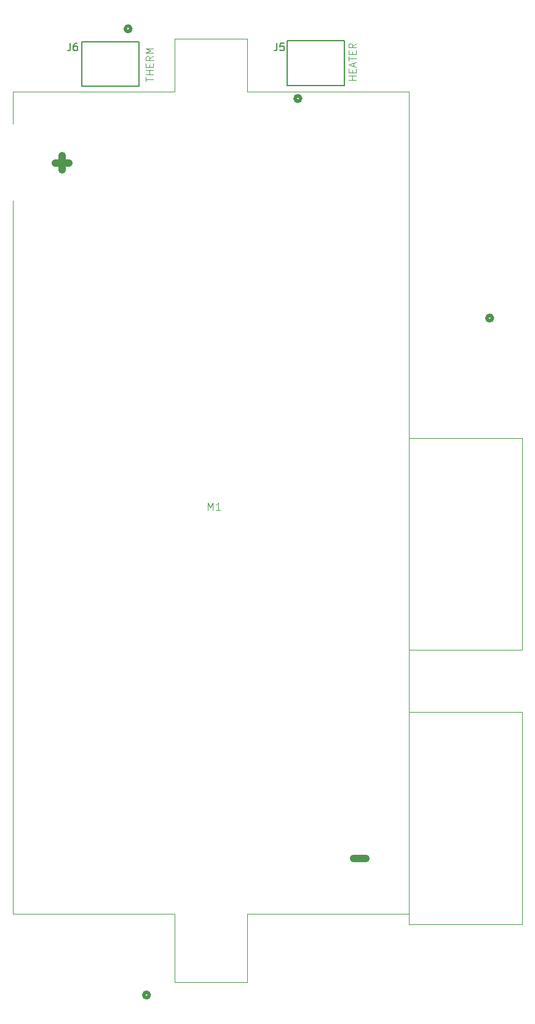
<source format=gbr>
%TF.GenerationSoftware,KiCad,Pcbnew,8.0.6*%
%TF.CreationDate,2025-03-17T23:33:19-06:00*%
%TF.ProjectId,PDU,5044552e-6b69-4636-9164-5f7063625858,rev?*%
%TF.SameCoordinates,Original*%
%TF.FileFunction,Legend,Top*%
%TF.FilePolarity,Positive*%
%FSLAX46Y46*%
G04 Gerber Fmt 4.6, Leading zero omitted, Abs format (unit mm)*
G04 Created by KiCad (PCBNEW 8.0.6) date 2025-03-17 23:33:19*
%MOMM*%
%LPD*%
G01*
G04 APERTURE LIST*
%ADD10C,0.100000*%
%ADD11C,0.150000*%
%ADD12C,1.000000*%
%ADD13C,0.152400*%
%ADD14C,0.508000*%
G04 APERTURE END LIST*
D10*
X117744419Y-39462972D02*
X117744419Y-38891544D01*
X118744419Y-39177258D02*
X117744419Y-39177258D01*
X118744419Y-38558210D02*
X117744419Y-38558210D01*
X118220609Y-38558210D02*
X118220609Y-37986782D01*
X118744419Y-37986782D02*
X117744419Y-37986782D01*
X118220609Y-37510591D02*
X118220609Y-37177258D01*
X118744419Y-37034401D02*
X118744419Y-37510591D01*
X118744419Y-37510591D02*
X117744419Y-37510591D01*
X117744419Y-37510591D02*
X117744419Y-37034401D01*
X118744419Y-36034401D02*
X118268228Y-36367734D01*
X118744419Y-36605829D02*
X117744419Y-36605829D01*
X117744419Y-36605829D02*
X117744419Y-36224877D01*
X117744419Y-36224877D02*
X117792038Y-36129639D01*
X117792038Y-36129639D02*
X117839657Y-36082020D01*
X117839657Y-36082020D02*
X117934895Y-36034401D01*
X117934895Y-36034401D02*
X118077752Y-36034401D01*
X118077752Y-36034401D02*
X118172990Y-36082020D01*
X118172990Y-36082020D02*
X118220609Y-36129639D01*
X118220609Y-36129639D02*
X118268228Y-36224877D01*
X118268228Y-36224877D02*
X118268228Y-36605829D01*
X118744419Y-35605829D02*
X117744419Y-35605829D01*
X117744419Y-35605829D02*
X118458704Y-35272496D01*
X118458704Y-35272496D02*
X117744419Y-34939163D01*
X117744419Y-34939163D02*
X118744419Y-34939163D01*
X146684419Y-39320115D02*
X145684419Y-39320115D01*
X146160609Y-39320115D02*
X146160609Y-38748687D01*
X146684419Y-38748687D02*
X145684419Y-38748687D01*
X146160609Y-38272496D02*
X146160609Y-37939163D01*
X146684419Y-37796306D02*
X146684419Y-38272496D01*
X146684419Y-38272496D02*
X145684419Y-38272496D01*
X145684419Y-38272496D02*
X145684419Y-37796306D01*
X146398704Y-37415353D02*
X146398704Y-36939163D01*
X146684419Y-37510591D02*
X145684419Y-37177258D01*
X145684419Y-37177258D02*
X146684419Y-36843925D01*
X145684419Y-36653448D02*
X145684419Y-36082020D01*
X146684419Y-36367734D02*
X145684419Y-36367734D01*
X146160609Y-35748686D02*
X146160609Y-35415353D01*
X146684419Y-35272496D02*
X146684419Y-35748686D01*
X146684419Y-35748686D02*
X145684419Y-35748686D01*
X145684419Y-35748686D02*
X145684419Y-35272496D01*
X146684419Y-34272496D02*
X146208228Y-34605829D01*
X146684419Y-34843924D02*
X145684419Y-34843924D01*
X145684419Y-34843924D02*
X145684419Y-34462972D01*
X145684419Y-34462972D02*
X145732038Y-34367734D01*
X145732038Y-34367734D02*
X145779657Y-34320115D01*
X145779657Y-34320115D02*
X145874895Y-34272496D01*
X145874895Y-34272496D02*
X146017752Y-34272496D01*
X146017752Y-34272496D02*
X146112990Y-34320115D01*
X146112990Y-34320115D02*
X146160609Y-34367734D01*
X146160609Y-34367734D02*
X146208228Y-34462972D01*
X146208228Y-34462972D02*
X146208228Y-34843924D01*
X126331476Y-98444919D02*
X126331476Y-97444919D01*
X126331476Y-97444919D02*
X126664809Y-98159204D01*
X126664809Y-98159204D02*
X126998142Y-97444919D01*
X126998142Y-97444919D02*
X126998142Y-98444919D01*
X127998142Y-98444919D02*
X127426714Y-98444919D01*
X127712428Y-98444919D02*
X127712428Y-97444919D01*
X127712428Y-97444919D02*
X127617190Y-97587776D01*
X127617190Y-97587776D02*
X127521952Y-97683014D01*
X127521952Y-97683014D02*
X127426714Y-97730633D01*
D11*
X135810666Y-34252819D02*
X135810666Y-34967104D01*
X135810666Y-34967104D02*
X135763047Y-35109961D01*
X135763047Y-35109961D02*
X135667809Y-35205200D01*
X135667809Y-35205200D02*
X135524952Y-35252819D01*
X135524952Y-35252819D02*
X135429714Y-35252819D01*
X136763047Y-34252819D02*
X136286857Y-34252819D01*
X136286857Y-34252819D02*
X136239238Y-34729009D01*
X136239238Y-34729009D02*
X136286857Y-34681390D01*
X136286857Y-34681390D02*
X136382095Y-34633771D01*
X136382095Y-34633771D02*
X136620190Y-34633771D01*
X136620190Y-34633771D02*
X136715428Y-34681390D01*
X136715428Y-34681390D02*
X136763047Y-34729009D01*
X136763047Y-34729009D02*
X136810666Y-34824247D01*
X136810666Y-34824247D02*
X136810666Y-35062342D01*
X136810666Y-35062342D02*
X136763047Y-35157580D01*
X136763047Y-35157580D02*
X136715428Y-35205200D01*
X136715428Y-35205200D02*
X136620190Y-35252819D01*
X136620190Y-35252819D02*
X136382095Y-35252819D01*
X136382095Y-35252819D02*
X136286857Y-35205200D01*
X136286857Y-35205200D02*
X136239238Y-35157580D01*
X107362666Y-34252819D02*
X107362666Y-34967104D01*
X107362666Y-34967104D02*
X107315047Y-35109961D01*
X107315047Y-35109961D02*
X107219809Y-35205200D01*
X107219809Y-35205200D02*
X107076952Y-35252819D01*
X107076952Y-35252819D02*
X106981714Y-35252819D01*
X108267428Y-34252819D02*
X108076952Y-34252819D01*
X108076952Y-34252819D02*
X107981714Y-34300438D01*
X107981714Y-34300438D02*
X107934095Y-34348057D01*
X107934095Y-34348057D02*
X107838857Y-34490914D01*
X107838857Y-34490914D02*
X107791238Y-34681390D01*
X107791238Y-34681390D02*
X107791238Y-35062342D01*
X107791238Y-35062342D02*
X107838857Y-35157580D01*
X107838857Y-35157580D02*
X107886476Y-35205200D01*
X107886476Y-35205200D02*
X107981714Y-35252819D01*
X107981714Y-35252819D02*
X108172190Y-35252819D01*
X108172190Y-35252819D02*
X108267428Y-35205200D01*
X108267428Y-35205200D02*
X108315047Y-35157580D01*
X108315047Y-35157580D02*
X108362666Y-35062342D01*
X108362666Y-35062342D02*
X108362666Y-34824247D01*
X108362666Y-34824247D02*
X108315047Y-34729009D01*
X108315047Y-34729009D02*
X108267428Y-34681390D01*
X108267428Y-34681390D02*
X108172190Y-34633771D01*
X108172190Y-34633771D02*
X107981714Y-34633771D01*
X107981714Y-34633771D02*
X107886476Y-34681390D01*
X107886476Y-34681390D02*
X107838857Y-34729009D01*
X107838857Y-34729009D02*
X107791238Y-34824247D01*
%TO.C,H2*%
D10*
X153994000Y-126285000D02*
X169544000Y-126285000D01*
X169544000Y-155435000D01*
X153994000Y-155435000D01*
X153994000Y-126285000D01*
%TO.C,M1*%
X99491000Y-40887500D02*
X99491000Y-45337500D01*
X99491000Y-55897500D02*
X99491000Y-154013500D01*
X99491000Y-154013500D02*
X121741000Y-154013500D01*
D12*
X105309750Y-50687500D02*
X107172250Y-50687500D01*
X106241000Y-49687500D02*
X106241000Y-51687500D01*
D10*
X121741000Y-33587500D02*
X121741000Y-40887500D01*
X121741000Y-40887500D02*
X99491000Y-40887500D01*
X121741000Y-154013500D02*
X121741000Y-163387500D01*
X121741000Y-163387500D02*
X131741000Y-163387500D01*
X131741000Y-33587500D02*
X121741000Y-33587500D01*
X131741000Y-33587500D02*
X131741000Y-40887500D01*
X131741000Y-154013500D02*
X153991000Y-154013500D01*
X131741000Y-163387500D02*
X131741000Y-154013500D01*
D12*
X146378500Y-146387500D02*
X148103500Y-146387500D01*
D10*
X153991000Y-40887500D02*
X131741000Y-40887500D01*
X153991000Y-40887500D02*
X153991000Y-140837500D01*
X153991000Y-154013500D02*
X153991000Y-151487500D01*
D13*
%TO.C,J5*%
X137221600Y-33921700D02*
X137221600Y-40068500D01*
X137221600Y-40068500D02*
X145070200Y-40068500D01*
X145070200Y-33921700D02*
X137221600Y-33921700D01*
X145070200Y-40068500D02*
X145070200Y-33921700D01*
D14*
X139079600Y-41846500D02*
G75*
G02*
X138317600Y-41846500I-381000J0D01*
G01*
X138317600Y-41846500D02*
G75*
G02*
X139079600Y-41846500I381000J0D01*
G01*
D13*
%TO.C,J6*%
X108944400Y-34026599D02*
X108944400Y-40173399D01*
X108944400Y-40173399D02*
X116793000Y-40173399D01*
X116793000Y-34026599D02*
X108944400Y-34026599D01*
X116793000Y-40173399D02*
X116793000Y-34026599D01*
D14*
X115697000Y-32248599D02*
G75*
G02*
X114935000Y-32248599I-381000J0D01*
G01*
X114935000Y-32248599D02*
G75*
G02*
X115697000Y-32248599I381000J0D01*
G01*
%TO.C,H1*%
D10*
X153994000Y-88549000D02*
X169544000Y-88549000D01*
X169544000Y-117699000D01*
X153994000Y-117699000D01*
X153994000Y-88549000D01*
D14*
%TO.C,J3*%
X118237000Y-165187000D02*
G75*
G02*
X117475000Y-165187000I-381000J0D01*
G01*
X117475000Y-165187000D02*
G75*
G02*
X118237000Y-165187000I381000J0D01*
G01*
%TO.C,J1*%
X165481000Y-72047100D02*
G75*
G02*
X164719000Y-72047100I-381000J0D01*
G01*
X164719000Y-72047100D02*
G75*
G02*
X165481000Y-72047100I381000J0D01*
G01*
%TD*%
M02*

</source>
